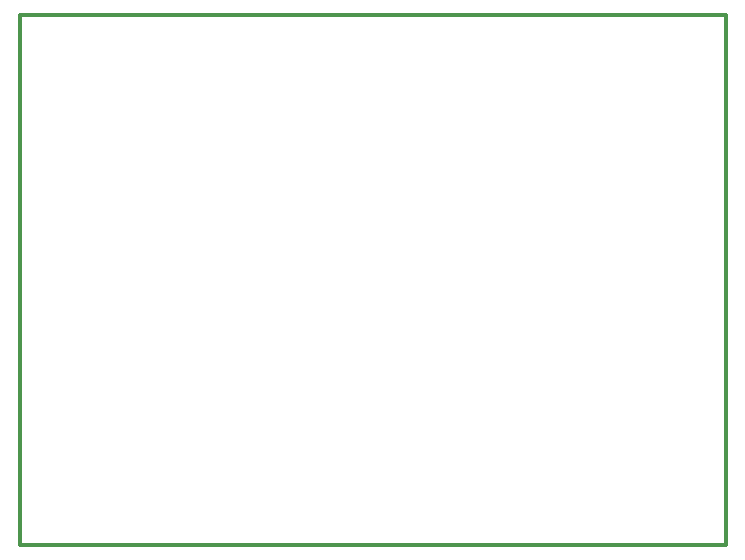
<source format=gbr>
%FSLAX34Y34*%
%MOMM*%
%LNOUTLINE*%
G71*
G01*
%ADD10C, 0.300*%
%LPD*%
G54D10*
X1000Y1000000D02*
X599000Y1000000D01*
X599000Y551000D01*
X1000Y551000D01*
X1000Y1000000D01*
M02*

</source>
